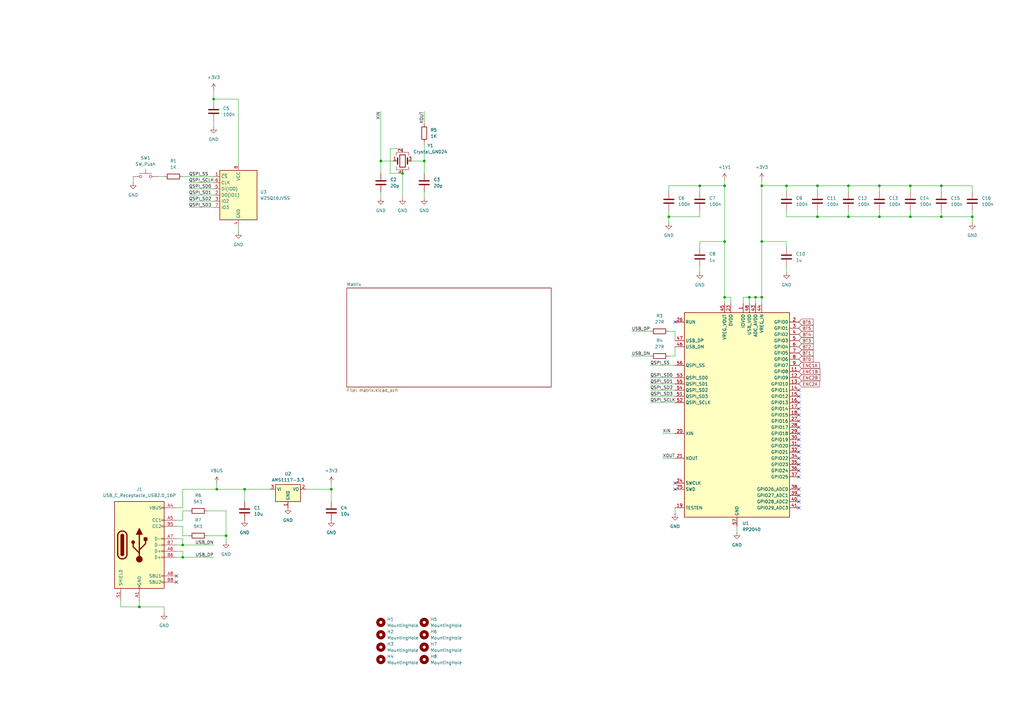
<source format=kicad_sch>
(kicad_sch (version 20231120) (generator "eeschema") (generator_version "8.0")
  (paper "A3")
  (lib_symbols
    (symbol "Connector:USB_C_Receptacle_USB2.0_16P" (pin_names (offset 1.016))
      (property "Reference" "J" (at 0 22.225 0))
      (property "Value" "USB_C_Receptacle_USB2.0_16P" (at 0 19.685 0))
      (symbol "USB_C_Receptacle_USB2.0_16P_0_0"
        (rectangle (start -0.254 -17.78) (end 0.254 -16.764))
        (rectangle (start 10.16 -14.986) (end 9.144 -15.494))
        (rectangle (start 10.16 -12.446) (end 9.144 -12.954))
        (rectangle (start 10.16 -4.826) (end 9.144 -5.334))
        (rectangle (start 10.16 -2.286) (end 9.144 -2.794))
        (rectangle (start 10.16 0.254) (end 9.144 -0.254))
        (rectangle (start 10.16 2.794) (end 9.144 2.286))
        (rectangle (start 10.16 7.874) (end 9.144 7.366))
        (rectangle (start 10.16 10.414) (end 9.144 9.906))
        (rectangle (start 10.16 15.494) (end 9.144 14.986))
      )
      (symbol "USB_C_Receptacle_USB2.0_16P_0_1"
        (rectangle (start -10.16 17.78) (end 10.16 -17.78) (stroke (width 0.254)) (fill (type background)))
        (arc (start -8.89 -3.81) (mid -6.985 -5.7067) (end -5.08 -3.81) (stroke (width 0.508)))
        (arc (start -7.62 -3.81) (mid -6.985 -4.4423) (end -6.35 -3.81) (stroke (width 0.254)))
        (arc (start -7.62 -3.81) (mid -6.985 -4.4423) (end -6.35 -3.81) (stroke (width 0.254)) (fill (type outline)))
        (rectangle (start -7.62 -3.81) (end -6.35 3.81) (stroke (width 0.254)) (fill (type outline)))
        (arc (start -6.35 3.81) (mid -6.985 4.4423) (end -7.62 3.81) (stroke (width 0.254)))
        (arc (start -6.35 3.81) (mid -6.985 4.4423) (end -7.62 3.81) (stroke (width 0.254)) (fill (type outline)))
        (arc (start -5.08 3.81) (mid -6.985 5.7067) (end -8.89 3.81) (stroke (width 0.508)))
        (circle (center -2.54 1.143) (radius 0.635) (stroke (width 0.254)) (fill (type outline)))
        (circle (center 0 -5.842) (radius 1.27) (fill (type outline)))
        (polyline (pts (xy -8.89 -3.81) (xy -8.89 3.81)) (stroke (width 0.508)))
        (polyline (pts (xy -5.08 3.81) (xy -5.08 -3.81)) (stroke (width 0.508)))
        (polyline (pts (xy 0 -5.842) (xy 0 4.318)) (stroke (width 0.508)))
        (polyline (pts (xy 0 -3.302) (xy -2.54 -0.762) (xy -2.54 0.508)) (stroke (width 0.508)))
        (polyline (pts (xy 0 -2.032) (xy 2.54 0.508) (xy 2.54 1.778)) (stroke (width 0.508)))
        (polyline (pts (xy -1.27 4.318) (xy 0 6.858) (xy 1.27 4.318) (xy -1.27 4.318)) (stroke (width 0.254)) (fill (type outline)))
        (rectangle (start 1.905 1.778) (end 3.175 3.048) (stroke (width 0.254)) (fill (type outline)))
      )
      (symbol "USB_C_Receptacle_USB2.0_16P_1_1"
        (pin passive line (at 0 -22.86 90) (length 5.08) (name "GND") (number "A1"))
        (pin passive line (at 0 -22.86 90) (length 5.08) hide (name "GND") (number "A12"))
        (pin passive line (at 15.24 15.24 180) (length 5.08) (name "VBUS") (number "A4"))
        (pin bidirectional line (at 15.24 10.16 180) (length 5.08) (name "CC1") (number "A5"))
        (pin bidirectional line (at 15.24 -2.54 180) (length 5.08) (name "D+") (number "A6"))
        (pin bidirectional line (at 15.24 2.54 180) (length 5.08) (name "D-") (number "A7"))
        (pin bidirectional line (at 15.24 -12.7 180) (length 5.08) (name "SBU1") (number "A8"))
        (pin passive line (at 15.24 15.24 180) (length 5.08) hide (name "VBUS") (number "A9"))
        (pin passive line (at 0 -22.86 90) (length 5.08) hide (name "GND") (number "B1"))
        (pin passive line (at 0 -22.86 90) (length 5.08) hide (name "GND") (number "B12"))
        (pin passive line (at 15.24 15.24 180) (length 5.08) hide (name "VBUS") (number "B4"))
        (pin bidirectional line (at 15.24 7.62 180) (length 5.08) (name "CC2") (number "B5"))
        (pin bidirectional line (at 15.24 -5.08 180) (length 5.08) (name "D+") (number "B6"))
        (pin bidirectional line (at 15.24 0 180) (length 5.08) (name "D-") (number "B7"))
        (pin bidirectional line (at 15.24 -15.24 180) (length 5.08) (name "SBU2") (number "B8"))
        (pin passive line (at 15.24 15.24 180) (length 5.08) hide (name "VBUS") (number "B9"))
        (pin passive line (at -7.62 -22.86 90) (length 5.08) (name "SHIELD") (number "S1"))
      )
    )
    (symbol "Device:C" (pin_numbers hide) (pin_names (offset 0.254))
      (property "Reference" "C" (at 0.635 2.54 0))
      (property "Value" "C" (at 0.635 -2.54 0))
      (symbol "C_0_1"
        (polyline (pts (xy -2.032 -0.762) (xy 2.032 -0.762)) (stroke (width 0.508)))
        (polyline (pts (xy -2.032 0.762) (xy 2.032 0.762)) (stroke (width 0.508)))
      )
      (symbol "C_1_1"
        (pin passive line (at 0 3.81 270) (length 2.794) (name "~") (number "1"))
        (pin passive line (at 0 -3.81 90) (length 2.794) (name "~") (number "2"))
      )
    )
    (symbol "Device:Crystal_GND24" (pin_names (offset 1.016) hide)
      (property "Reference" "Y" (at 3.175 5.08 0))
      (property "Value" "Crystal_GND24" (at 3.175 3.175 0))
      (symbol "Crystal_GND24_0_1"
        (rectangle (start -1.143 2.54) (end 1.143 -2.54) (stroke (width 0.3048)))
        (polyline (pts (xy -2.54 0) (xy -2.032 0)))
        (polyline (pts (xy -2.032 -1.27) (xy -2.032 1.27)) (stroke (width 0.508)))
        (polyline (pts (xy 0 -3.81) (xy 0 -3.556)))
        (polyline (pts (xy 0 3.556) (xy 0 3.81)))
        (polyline (pts (xy 2.032 -1.27) (xy 2.032 1.27)) (stroke (width 0.508)))
        (polyline (pts (xy 2.032 0) (xy 2.54 0)))
        (polyline (pts (xy -2.54 -2.286) (xy -2.54 -3.556) (xy 2.54 -3.556) (xy 2.54 -2.286)))
        (polyline (pts (xy -2.54 2.286) (xy -2.54 3.556) (xy 2.54 3.556) (xy 2.54 2.286)))
      )
      (symbol "Crystal_GND24_1_1"
        (pin passive line (at -3.81 0 0) (length 1.27) (name "1") (number "1"))
        (pin passive line (at 0 5.08 270) (length 1.27) (name "2") (number "2"))
        (pin passive line (at 3.81 0 180) (length 1.27) (name "3") (number "3"))
        (pin passive line (at 0 -5.08 90) (length 1.27) (name "4") (number "4"))
      )
    )
    (symbol "Device:R" (pin_numbers hide) (pin_names (offset 0))
      (property "Reference" "R" (at 2.032 0 90))
      (property "Value" "R" (at 0 0 90))
      (symbol "R_0_1"
        (rectangle (start -1.016 -2.54) (end 1.016 2.54) (stroke (width 0.254)))
      )
      (symbol "R_1_1"
        (pin passive line (at 0 3.81 270) (length 1.27) (name "~") (number "1"))
        (pin passive line (at 0 -3.81 90) (length 1.27) (name "~") (number "2"))
      )
    )
    (symbol "MCU_RaspberryPi:RP2040"
      (property "Reference" "U" (at 17.78 45.72 0))
      (property "Value" "RP2040" (at 17.78 43.18 0))
      (symbol "RP2040_0_1"
        (rectangle (start -21.59 41.91) (end 21.59 -41.91) (stroke (width 0.254)) (fill (type background)))
      )
      (symbol "RP2040_1_1"
        (pin power_in line (at 2.54 45.72 270) (length 3.81) (name "IOVDD") (number "1"))
        (pin passive line (at 2.54 45.72 270) (length 3.81) hide (name "IOVDD") (number "10"))
        (pin bidirectional line (at 25.4 17.78 180) (length 3.81) (name "GPIO8") (number "11"))
        (pin bidirectional line (at 25.4 15.24 180) (length 3.81) (name "GPIO9") (number "12"))
        (pin bidirectional line (at 25.4 12.7 180) (length 3.81) (name "GPIO10") (number "13"))
        (pin bidirectional line (at 25.4 10.16 180) (length 3.81) (name "GPIO11") (number "14"))
        (pin bidirectional line (at 25.4 7.62 180) (length 3.81) (name "GPIO12") (number "15"))
        (pin bidirectional line (at 25.4 5.08 180) (length 3.81) (name "GPIO13") (number "16"))
        (pin bidirectional line (at 25.4 2.54 180) (length 3.81) (name "GPIO14") (number "17"))
        (pin bidirectional line (at 25.4 0 180) (length 3.81) (name "GPIO15") (number "18"))
        (pin input line (at -25.4 -38.1 0) (length 3.81) (name "TESTEN") (number "19"))
        (pin bidirectional line (at 25.4 38.1 180) (length 3.81) (name "GPIO0") (number "2"))
        (pin input line (at -25.4 -7.62 0) (length 3.81) (name "XIN") (number "20"))
        (pin passive line (at -25.4 -17.78 0) (length 3.81) (name "XOUT") (number "21"))
        (pin passive line (at 2.54 45.72 270) (length 3.81) hide (name "IOVDD") (number "22"))
        (pin power_in line (at -2.54 45.72 270) (length 3.81) (name "DVDD") (number "23"))
        (pin input line (at -25.4 -27.94 0) (length 3.81) (name "SWCLK") (number "24"))
        (pin bidirectional line (at -25.4 -30.48 0) (length 3.81) (name "SWD") (number "25"))
        (pin input line (at -25.4 38.1 0) (length 3.81) (name "RUN") (number "26"))
        (pin bidirectional line (at 25.4 -2.54 180) (length 3.81) (name "GPIO16") (number "27"))
        (pin bidirectional line (at 25.4 -5.08 180) (length 3.81) (name "GPIO17") (number "28"))
        (pin bidirectional line (at 25.4 -7.62 180) (length 3.81) (name "GPIO18") (number "29"))
        (pin bidirectional line (at 25.4 35.56 180) (length 3.81) (name "GPIO1") (number "3"))
        (pin bidirectional line (at 25.4 -10.16 180) (length 3.81) (name "GPIO19") (number "30"))
        (pin bidirectional line (at 25.4 -12.7 180) (length 3.81) (name "GPIO20") (number "31"))
        (pin bidirectional line (at 25.4 -15.24 180) (length 3.81) (name "GPIO21") (number "32"))
        (pin passive line (at 2.54 45.72 270) (length 3.81) hide (name "IOVDD") (number "33"))
        (pin bidirectional line (at 25.4 -17.78 180) (length 3.81) (name "GPIO22") (number "34"))
        (pin bidirectional line (at 25.4 -20.32 180) (length 3.81) (name "GPIO23") (number "35"))
        (pin bidirectional line (at 25.4 -22.86 180) (length 3.81) (name "GPIO24") (number "36"))
        (pin bidirectional line (at 25.4 -25.4 180) (length 3.81) (name "GPIO25") (number "37"))
        (pin bidirectional line (at 25.4 -30.48 180) (length 3.81) (name "GPIO26_ADC0") (number "38"))
        (pin bidirectional line (at 25.4 -33.02 180) (length 3.81) (name "GPIO27_ADC1") (number "39"))
        (pin bidirectional line (at 25.4 33.02 180) (length 3.81) (name "GPIO2") (number "4"))
        (pin bidirectional line (at 25.4 -35.56 180) (length 3.81) (name "GPIO28_ADC2") (number "40"))
        (pin bidirectional line (at 25.4 -38.1 180) (length 3.81) (name "GPIO29_ADC3") (number "41"))
        (pin passive line (at 2.54 45.72 270) (length 3.81) hide (name "IOVDD") (number "42"))
        (pin power_in line (at 7.62 45.72 270) (length 3.81) (name "ADC_AVDD") (number "43"))
        (pin power_in line (at 10.16 45.72 270) (length 3.81) (name "VREG_IN") (number "44"))
        (pin power_out line (at -5.08 45.72 270) (length 3.81) (name "VREG_VOUT") (number "45"))
        (pin bidirectional line (at -25.4 27.94 0) (length 3.81) (name "USB_DM") (number "46"))
        (pin bidirectional line (at -25.4 30.48 0) (length 3.81) (name "USB_DP") (number "47"))
        (pin power_in line (at 5.08 45.72 270) (length 3.81) (name "USB_VDD") (number "48"))
        (pin passive line (at 2.54 45.72 270) (length 3.81) hide (name "IOVDD") (number "49"))
        (pin bidirectional line (at 25.4 30.48 180) (length 3.81) (name "GPIO3") (number "5"))
        (pin passive line (at -2.54 45.72 270) (length 3.81) hide (name "DVDD") (number "50"))
        (pin bidirectional line (at -25.4 7.62 0) (length 3.81) (name "QSPI_SD3") (number "51"))
        (pin output line (at -25.4 5.08 0) (length 3.81) (name "QSPI_SCLK") (number "52"))
        (pin bidirectional line (at -25.4 15.24 0) (length 3.81) (name "QSPI_SD0") (number "53"))
        (pin bidirectional line (at -25.4 10.16 0) (length 3.81) (name "QSPI_SD2") (number "54"))
        (pin bidirectional line (at -25.4 12.7 0) (length 3.81) (name "QSPI_SD1") (number "55"))
        (pin bidirectional line (at -25.4 20.32 0) (length 3.81) (name "QSPI_SS") (number "56"))
        (pin power_in line (at 0 -45.72 90) (length 3.81) (name "GND") (number "57"))
        (pin bidirectional line (at 25.4 27.94 180) (length 3.81) (name "GPIO4") (number "6"))
        (pin bidirectional line (at 25.4 25.4 180) (length 3.81) (name "GPIO5") (number "7"))
        (pin bidirectional line (at 25.4 22.86 180) (length 3.81) (name "GPIO6") (number "8"))
        (pin bidirectional line (at 25.4 20.32 180) (length 3.81) (name "GPIO7") (number "9"))
      )
    )
    (symbol "Mechanical:MountingHole" (pin_names (offset 1.016)) (exclude_from_sim yes) (in_bom no)
      (property "Reference" "H" (at 0 5.08 0))
      (property "Value" "MountingHole" (at 0 3.175 0))
      (symbol "MountingHole_0_1"
        (circle (center 0 0) (radius 1.27) (stroke (width 1.27)))
      )
    )
    (symbol "Memory_Flash:W25Q16JVSS"
      (property "Reference" "U" (at -6.35 11.43 0))
      (property "Value" "W25Q16JVSS" (at 7.62 11.43 0))
      (symbol "W25Q16JVSS_0_1"
        (rectangle (start -7.62 10.16) (end 7.62 -10.16) (stroke (width 0.254)) (fill (type background)))
      )
      (symbol "W25Q16JVSS_1_1"
        (pin input line (at -10.16 7.62 0) (length 2.54) (name "~{CS}") (number "1"))
        (pin bidirectional line (at -10.16 0 0) (length 2.54) (name "DO(IO1)") (number "2"))
        (pin bidirectional line (at -10.16 -2.54 0) (length 2.54) (name "IO2") (number "3"))
        (pin power_in line (at 0 -12.7 90) (length 2.54) (name "GND") (number "4"))
        (pin bidirectional line (at -10.16 2.54 0) (length 2.54) (name "DI(IO0)") (number "5"))
        (pin input line (at -10.16 5.08 0) (length 2.54) (name "CLK") (number "6"))
        (pin bidirectional line (at -10.16 -5.08 0) (length 2.54) (name "IO3") (number "7"))
        (pin power_in line (at 0 12.7 270) (length 2.54) (name "VCC") (number "8"))
      )
    )
    (symbol "Regulator_Linear:AMS1117-3.3"
      (property "Reference" "U" (at -3.81 3.175 0))
      (property "Value" "AMS1117-3.3" (at 0 3.175 0))
      (symbol "AMS1117-3.3_0_1"
        (rectangle (start -5.08 -5.08) (end 5.08 1.905) (stroke (width 0.254)) (fill (type background)))
      )
      (symbol "AMS1117-3.3_1_1"
        (pin power_in line (at 0 -7.62 90) (length 2.54) (name "GND") (number "1"))
        (pin power_out line (at 7.62 0 180) (length 2.54) (name "VO") (number "2"))
        (pin power_in line (at -7.62 0 0) (length 2.54) (name "VI") (number "3"))
      )
    )
    (symbol "Switch:SW_Push" (pin_numbers hide) (pin_names (offset 1.016) hide)
      (property "Reference" "SW" (at 1.27 2.54 0))
      (property "Value" "SW_Push" (at 0 -1.524 0))
      (symbol "SW_Push_0_1"
        (circle (center -2.032 0) (radius 0.508))
        (polyline (pts (xy 0 1.27) (xy 0 3.048)))
        (polyline (pts (xy 2.54 1.27) (xy -2.54 1.27)))
        (circle (center 2.032 0) (radius 0.508))
        (pin passive line (at -5.08 0 0) (length 2.54) (name "1") (number "1"))
        (pin passive line (at 5.08 0 180) (length 2.54) (name "2") (number "2"))
      )
    )
    (symbol "power:+1V1" (power) (pin_numbers hide) (pin_names (offset 0) hide)
      (property "Value" "+1V1" (at 0 3.556 0))
      (symbol "+1V1_0_1"
        (polyline (pts (xy -0.762 1.27) (xy 0 2.54)))
        (polyline (pts (xy 0 0) (xy 0 2.54)))
        (polyline (pts (xy 0 2.54) (xy 0.762 1.27)))
      )
      (symbol "+1V1_1_1"
        (pin power_in line (at 0 0 90) (length 0) (name "~") (number "1"))
      )
    )
    (symbol "power:+3V3" (power) (pin_numbers hide) (pin_names (offset 0) hide)
      (property "Value" "+3V3" (at 0 3.556 0))
      (symbol "+3V3_0_1"
        (polyline (pts (xy -0.762 1.27) (xy 0 2.54)))
        (polyline (pts (xy 0 0) (xy 0 2.54)))
        (polyline (pts (xy 0 2.54) (xy 0.762 1.27)))
      )
      (symbol "+3V3_1_1"
        (pin power_in line (at 0 0 90) (length 0) (name "~") (number "1"))
      )
    )
    (symbol "power:GND" (power) (pin_numbers hide) (pin_names (offset 0) hide)
      (property "Value" "GND" (at 0 -3.81 0))
      (symbol "GND_0_1"
        (polyline (pts (xy 0 0) (xy 0 -1.27) (xy 1.27 -1.27) (xy 0 -2.54) (xy -1.27 -1.27) (xy 0 -1.27)))
      )
      (symbol "GND_1_1"
        (pin power_in line (at 0 0 270) (length 0) (name "~") (number "1"))
      )
    )
    (symbol "power:VBUS" (power) (pin_numbers hide) (pin_names (offset 0) hide)
      (property "Value" "VBUS" (at 0 3.556 0))
      (symbol "VBUS_0_1"
        (polyline (pts (xy -0.762 1.27) (xy 0 2.54)))
        (polyline (pts (xy 0 0) (xy 0 2.54)))
        (polyline (pts (xy 0 2.54) (xy 0.762 1.27)))
      )
      (symbol "VBUS_1_1"
        (pin power_in line (at 0 0 90) (length 0) (name "~") (number "1"))
      )
    )
  )
  (junction (at 92.71 219.71))
  (junction (at 373.38 88.9))
  (junction (at 88.9 200.66))
  (junction (at 335.28 76.2))
  (junction (at 360.68 88.9))
  (junction (at 156.21 66.04))
  (junction (at 347.98 88.9))
  (junction (at 307.34 121.92))
  (junction (at 386.08 76.2))
  (junction (at 347.98 76.2))
  (junction (at 274.32 88.9))
  (junction (at 297.18 99.06))
  (junction (at 398.78 88.9))
  (junction (at 57.15 248.92))
  (junction (at 173.99 66.04))
  (junction (at 297.18 121.92))
  (junction (at 100.33 200.66))
  (junction (at 312.42 121.92))
  (junction (at 386.08 88.9))
  (junction (at 335.28 88.9))
  (junction (at 74.93 223.52))
  (junction (at 309.88 121.92))
  (junction (at 360.68 76.2))
  (junction (at 312.42 76.2))
  (junction (at 312.42 99.06))
  (junction (at 165.1 71.12))
  (junction (at 297.18 76.2))
  (junction (at 74.93 228.6))
  (junction (at 287.02 76.2))
  (junction (at 135.89 200.66))
  (junction (at 87.63 40.64))
  (junction (at 373.38 76.2))
  (junction (at 322.58 76.2))
  (no_connect (at 327.66 160.02))
  (no_connect (at 327.66 175.26))
  (no_connect (at 327.66 190.5))
  (no_connect (at 327.66 205.74))
  (no_connect (at 72.39 236.22))
  (no_connect (at 327.66 195.58))
  (no_connect (at 72.39 238.76))
  (no_connect (at 276.86 198.12))
  (no_connect (at 327.66 170.18))
  (no_connect (at 327.66 172.72))
  (no_connect (at 327.66 193.04))
  (no_connect (at 327.66 187.96))
  (no_connect (at 327.66 177.8))
  (no_connect (at 327.66 185.42))
  (no_connect (at 327.66 167.64))
  (no_connect (at 327.66 208.28))
  (no_connect (at 327.66 180.34))
  (no_connect (at 276.86 200.66))
  (no_connect (at 327.66 162.56))
  (no_connect (at 327.66 203.2))
  (no_connect (at 276.86 132.08))
  (no_connect (at 327.66 182.88))
  (no_connect (at 327.66 200.66))
  (no_connect (at 327.66 165.1))
  (wire (pts (xy 87.63 49.53) (xy 87.63 52.07)))
  (wire (pts (xy 322.58 109.22) (xy 322.58 111.76)))
  (wire (pts (xy 307.34 121.92) (xy 307.34 124.46)))
  (wire (pts (xy 173.99 45.72) (xy 173.99 50.8)))
  (wire (pts (xy 335.28 76.2) (xy 347.98 76.2)))
  (wire (pts (xy 57.15 246.38) (xy 57.15 248.92)))
  (wire (pts (xy 271.78 187.96) (xy 276.86 187.96)))
  (wire (pts (xy 266.7 149.86) (xy 276.86 149.86)))
  (wire (pts (xy 312.42 99.06) (xy 312.42 121.92)))
  (wire (pts (xy 77.47 74.93) (xy 87.63 74.93)))
  (wire (pts (xy 398.78 88.9) (xy 398.78 91.44)))
  (wire (pts (xy 49.53 246.38) (xy 49.53 248.92)))
  (wire (pts (xy 74.93 219.71) (xy 77.47 219.71)))
  (wire (pts (xy 304.8 121.92) (xy 307.34 121.92)))
  (wire (pts (xy 85.09 219.71) (xy 92.71 219.71)))
  (wire (pts (xy 77.47 80.01) (xy 87.63 80.01)))
  (wire (pts (xy 77.47 82.55) (xy 87.63 82.55)))
  (wire (pts (xy 312.42 73.66) (xy 312.42 76.2)))
  (wire (pts (xy 74.93 223.52) (xy 87.63 223.52)))
  (wire (pts (xy 335.28 76.2) (xy 335.28 78.74)))
  (wire (pts (xy 297.18 121.92) (xy 297.18 124.46)))
  (wire (pts (xy 322.58 99.06) (xy 312.42 99.06)))
  (wire (pts (xy 74.93 72.39) (xy 87.63 72.39)))
  (wire (pts (xy 297.18 73.66) (xy 297.18 76.2)))
  (wire (pts (xy 74.93 228.6) (xy 72.39 228.6)))
  (wire (pts (xy 173.99 58.42) (xy 173.99 66.04)))
  (wire (pts (xy 312.42 76.2) (xy 322.58 76.2)))
  (wire (pts (xy 271.78 177.8) (xy 276.86 177.8)))
  (wire (pts (xy 276.86 135.89) (xy 274.32 135.89)))
  (wire (pts (xy 156.21 78.74) (xy 156.21 81.28)))
  (wire (pts (xy 87.63 36.83) (xy 87.63 40.64)))
  (wire (pts (xy 97.79 92.71) (xy 97.79 95.25)))
  (wire (pts (xy 299.72 124.46) (xy 299.72 121.92)))
  (wire (pts (xy 266.7 162.56) (xy 276.86 162.56)))
  (wire (pts (xy 386.08 76.2) (xy 398.78 76.2)))
  (wire (pts (xy 373.38 76.2) (xy 386.08 76.2)))
  (wire (pts (xy 72.39 213.36) (xy 74.93 213.36)))
  (wire (pts (xy 72.39 215.9) (xy 74.93 215.9)))
  (wire (pts (xy 274.32 88.9) (xy 274.32 91.44)))
  (wire (pts (xy 92.71 209.55) (xy 92.71 219.71)))
  (wire (pts (xy 360.68 76.2) (xy 373.38 76.2)))
  (wire (pts (xy 276.86 208.28) (xy 276.86 210.82)))
  (wire (pts (xy 74.93 200.66) (xy 74.93 208.28)))
  (wire (pts (xy 156.21 66.04) (xy 161.29 66.04)))
  (wire (pts (xy 259.08 135.89) (xy 266.7 135.89)))
  (wire (pts (xy 85.09 209.55) (xy 92.71 209.55)))
  (wire (pts (xy 322.58 88.9) (xy 322.58 86.36)))
  (wire (pts (xy 100.33 200.66) (xy 110.49 200.66)))
  (wire (pts (xy 287.02 76.2) (xy 297.18 76.2)))
  (wire (pts (xy 299.72 121.92) (xy 297.18 121.92)))
  (wire (pts (xy 266.7 154.94) (xy 276.86 154.94)))
  (wire (pts (xy 322.58 78.74) (xy 322.58 76.2)))
  (wire (pts (xy 347.98 76.2) (xy 347.98 78.74)))
  (wire (pts (xy 276.86 146.05) (xy 274.32 146.05)))
  (wire (pts (xy 386.08 86.36) (xy 386.08 88.9)))
  (wire (pts (xy 322.58 76.2) (xy 335.28 76.2)))
  (wire (pts (xy 160.02 71.12) (xy 165.1 71.12)))
  (wire (pts (xy 335.28 88.9) (xy 322.58 88.9)))
  (wire (pts (xy 274.32 76.2) (xy 287.02 76.2)))
  (wire (pts (xy 287.02 88.9) (xy 287.02 86.36)))
  (wire (pts (xy 287.02 99.06) (xy 297.18 99.06)))
  (wire (pts (xy 274.32 86.36) (xy 274.32 88.9)))
  (wire (pts (xy 165.1 71.12) (xy 165.1 81.28)))
  (wire (pts (xy 88.9 198.12) (xy 88.9 200.66)))
  (wire (pts (xy 398.78 76.2) (xy 398.78 78.74)))
  (wire (pts (xy 92.71 219.71) (xy 92.71 222.25)))
  (wire (pts (xy 165.1 60.96) (xy 160.02 60.96)))
  (wire (pts (xy 360.68 88.9) (xy 347.98 88.9)))
  (wire (pts (xy 347.98 88.9) (xy 335.28 88.9)))
  (wire (pts (xy 347.98 86.36) (xy 347.98 88.9)))
  (wire (pts (xy 135.89 198.12) (xy 135.89 200.66)))
  (wire (pts (xy 276.86 142.24) (xy 276.86 146.05)))
  (wire (pts (xy 312.42 121.92) (xy 312.42 124.46)))
  (wire (pts (xy 74.93 226.06) (xy 74.93 228.6)))
  (wire (pts (xy 135.89 200.66) (xy 135.89 205.74)))
  (wire (pts (xy 67.31 248.92) (xy 67.31 251.46)))
  (wire (pts (xy 49.53 248.92) (xy 57.15 248.92)))
  (wire (pts (xy 74.93 208.28) (xy 72.39 208.28)))
  (wire (pts (xy 266.7 157.48) (xy 276.86 157.48)))
  (wire (pts (xy 386.08 88.9) (xy 373.38 88.9)))
  (wire (pts (xy 87.63 40.64) (xy 97.79 40.64)))
  (wire (pts (xy 307.34 121.92) (xy 309.88 121.92)))
  (wire (pts (xy 259.08 146.05) (xy 266.7 146.05)))
  (wire (pts (xy 360.68 76.2) (xy 360.68 78.74)))
  (wire (pts (xy 173.99 66.04) (xy 173.99 71.12)))
  (wire (pts (xy 77.47 85.09) (xy 87.63 85.09)))
  (wire (pts (xy 88.9 200.66) (xy 100.33 200.66)))
  (wire (pts (xy 287.02 76.2) (xy 287.02 78.74)))
  (wire (pts (xy 74.93 215.9) (xy 74.93 219.71)))
  (wire (pts (xy 360.68 86.36) (xy 360.68 88.9)))
  (wire (pts (xy 302.26 215.9) (xy 302.26 218.44)))
  (wire (pts (xy 156.21 45.72) (xy 156.21 66.04)))
  (wire (pts (xy 274.32 78.74) (xy 274.32 76.2)))
  (wire (pts (xy 72.39 220.98) (xy 74.93 220.98)))
  (wire (pts (xy 77.47 77.47) (xy 87.63 77.47)))
  (wire (pts (xy 297.18 76.2) (xy 297.18 99.06)))
  (wire (pts (xy 373.38 88.9) (xy 360.68 88.9)))
  (wire (pts (xy 266.7 160.02) (xy 276.86 160.02)))
  (wire (pts (xy 312.42 76.2) (xy 312.42 99.06)))
  (wire (pts (xy 100.33 200.66) (xy 100.33 205.74)))
  (wire (pts (xy 347.98 76.2) (xy 360.68 76.2)))
  (wire (pts (xy 72.39 226.06) (xy 74.93 226.06)))
  (wire (pts (xy 156.21 66.04) (xy 156.21 71.12)))
  (wire (pts (xy 309.88 121.92) (xy 309.88 124.46)))
  (wire (pts (xy 335.28 86.36) (xy 335.28 88.9)))
  (wire (pts (xy 74.93 228.6) (xy 87.63 228.6)))
  (wire (pts (xy 74.93 220.98) (xy 74.93 223.52)))
  (wire (pts (xy 168.91 66.04) (xy 173.99 66.04)))
  (wire (pts (xy 74.93 223.52) (xy 72.39 223.52)))
  (wire (pts (xy 304.8 124.46) (xy 304.8 121.92)))
  (wire (pts (xy 373.38 76.2) (xy 373.38 78.74)))
  (wire (pts (xy 276.86 139.7) (xy 276.86 135.89)))
  (wire (pts (xy 287.02 109.22) (xy 287.02 111.76)))
  (wire (pts (xy 274.32 88.9) (xy 287.02 88.9)))
  (wire (pts (xy 74.93 209.55) (xy 77.47 209.55)))
  (wire (pts (xy 57.15 248.92) (xy 67.31 248.92)))
  (wire (pts (xy 398.78 86.36) (xy 398.78 88.9)))
  (wire (pts (xy 64.77 72.39) (xy 67.31 72.39)))
  (wire (pts (xy 373.38 86.36) (xy 373.38 88.9)))
  (wire (pts (xy 386.08 76.2) (xy 386.08 78.74)))
  (wire (pts (xy 322.58 101.6) (xy 322.58 99.06)))
  (wire (pts (xy 125.73 200.66) (xy 135.89 200.66)))
  (wire (pts (xy 97.79 67.31) (xy 97.79 40.64)))
  (wire (pts (xy 309.88 121.92) (xy 312.42 121.92)))
  (wire (pts (xy 297.18 99.06) (xy 297.18 121.92)))
  (wire (pts (xy 74.93 200.66) (xy 88.9 200.66)))
  (wire (pts (xy 160.02 60.96) (xy 160.02 71.12)))
  (wire (pts (xy 287.02 101.6) (xy 287.02 99.06)))
  (wire (pts (xy 173.99 78.74) (xy 173.99 81.28)))
  (wire (pts (xy 266.7 165.1) (xy 276.86 165.1)))
  (wire (pts (xy 87.63 40.64) (xy 87.63 41.91)))
  (wire (pts (xy 74.93 213.36) (xy 74.93 209.55)))
  (wire (pts (xy 54.61 72.39) (xy 54.61 74.93)))
  (wire (pts (xy 398.78 88.9) (xy 386.08 88.9)))
  (label "XOUT" (at 271.78 187.96 0))
  (label "USB_DP" (at 259.08 135.89 0))
  (label "USB_DP" (at 87.63 228.6 180))
  (label "QSPI_SD3" (at 266.7 162.56 0))
  (label "QSPI_SD2" (at 77.47 82.55 0))
  (label "USB_DN" (at 87.63 223.52 180))
  (label "XIN" (at 156.21 45.72 270))
  (label "QSPI_SD3" (at 77.47 85.09 0))
  (label "USB_DN" (at 259.08 146.05 0))
  (label "QSPI_SD1" (at 77.47 80.01 0))
  (label "QSPI_SD1" (at 266.7 157.48 0))
  (label "QSPI_SS" (at 77.47 72.39 0))
  (label "QSPI_SD0" (at 266.7 154.94 0))
  (label "QSPI_SS" (at 266.7 149.86 0))
  (label "XOUT" (at 173.99 45.72 270))
  (label "QSPI_SD0" (at 77.47 77.47 0))
  (label "QSPI_SCLK" (at 266.7 165.1 0))
  (label "QSPI_SCLK" (at 77.47 74.93 0))
  (label "QSPI_SD2" (at 266.7 160.02 0))
  (label "XIN" (at 271.78 177.8 0))
  (global_label "BT1" (shape input) (at 327.66 144.78 0) (property "Intersheetrefs" "${INTERSHEET_REFS}" (effects (hide yes))))
  (global_label "ENC2B" (shape input) (at 327.66 154.94 0) (property "Intersheetrefs" "${INTERSHEET_REFS}" (effects (hide yes))))
  (global_label "BT2" (shape input) (at 327.66 142.24 0) (property "Intersheetrefs" "${INTERSHEET_REFS}" (effects (hide yes))))
  (global_label "BT6" (shape input) (at 327.66 132.08 0) (property "Intersheetrefs" "${INTERSHEET_REFS}" (effects (hide yes))))
  (global_label "BT4" (shape input) (at 327.66 137.16 0) (property "Intersheetrefs" "${INTERSHEET_REFS}" (effects (hide yes))))
  (global_label "ENC1B" (shape input) (at 327.66 152.4 0) (property "Intersheetrefs" "${INTERSHEET_REFS}" (effects (hide yes))))
  (global_label "BT3" (shape input) (at 327.66 139.7 0) (property "Intersheetrefs" "${INTERSHEET_REFS}" (effects (hide yes))))
  (global_label "BT5" (shape input) (at 327.66 134.62 0) (property "Intersheetrefs" "${INTERSHEET_REFS}" (effects (hide yes))))
  (global_label "ENC2A" (shape input) (at 327.66 157.48 0) (property "Intersheetrefs" "${INTERSHEET_REFS}" (effects (hide yes))))
  (global_label "BT0" (shape input) (at 327.66 147.32 0) (property "Intersheetrefs" "${INTERSHEET_REFS}" (effects (hide yes))))
  (global_label "ENC1A" (shape input) (at 327.66 149.86 0) (property "Intersheetrefs" "${INTERSHEET_REFS}" (effects (hide yes))))
  (symbol (lib_id "Mechanical:MountingHole") (at 173.99 260.35 0) (unit 1) (exclude_from_sim yes) (in_bom no)
    (property "Reference" "H6" (at 176.53 259.0799 0) (effects (justify left)))
    (property "Value" "MountingHole" (at 176.53 261.6199 0) (effects (justify left)))
    (property "Footprint" "MountingHole:MountingHole_3.2mm_M3_ISO7380_Pad" (effects (hide yes)))
    (property "Description" "Mounting Hole without connection" (effects (hide yes)))
  )
  (symbol (lib_id "power:GND") (at 287.02 111.76 0) (unit 1)
    (property "Reference" "#PWR01" (effects (hide yes)))
    (property "Value" "GND" (at 287.02 116.84 0))
    (property "Description" "Power symbol creates a global label with name \"GND\" , ground" (effects (hide yes)))
  )
  (symbol (lib_id "Memory_Flash:W25Q16JVSS") (at 97.79 80.01 0) (unit 1)
    (property "Reference" "U3" (at 106.68 78.7399 0) (effects (justify left)))
    (property "Value" "W25Q16JVSS" (at 106.68 81.2799 0) (effects (justify left)))
    (property "Footprint" "Package_SO:SOIC-8_5.23x5.23mm_P1.27mm" (effects (hide yes)))
    (property "Datasheet" "https://www.winbond.com/hq/support/documentation/levelOne.jsp?__locale=en&DocNo=DA00-W25Q16JV.1" (effects (hide yes)))
    (property "Description" "16Mb Serial Flash Memory, Standard/Dual/Quad SPI, SOIC-8" (effects (hide yes)))
  )
  (symbol (lib_id "Mechanical:MountingHole") (at 173.99 265.43 0) (unit 1) (exclude_from_sim yes) (in_bom no)
    (property "Reference" "H7" (at 176.53 264.1599 0) (effects (justify left)))
    (property "Value" "MountingHole" (at 176.53 266.6999 0) (effects (justify left)))
    (property "Footprint" "MountingHole:MountingHole_3.2mm_M3_ISO7380_Pad" (effects (hide yes)))
    (property "Description" "Mounting Hole without connection" (effects (hide yes)))
  )
  (symbol (lib_id "Device:C") (at 373.38 82.55 0) (unit 1)
    (property "Reference" "C14" (at 377.19 81.2799 0) (effects (justify left)))
    (property "Value" "100n" (at 377.19 83.8199 0) (effects (justify left)))
    (property "Footprint" "Capacitor_SMD:C_0402_1005Metric" (effects (hide yes)))
    (property "Description" "Unpolarized capacitor" (effects (hide yes)))
  )
  (symbol (lib_id "Device:C") (at 287.02 105.41 0) (unit 1)
    (property "Reference" "C8" (at 290.83 104.1399 0) (effects (justify left)))
    (property "Value" "1u" (at 290.83 106.6799 0) (effects (justify left)))
    (property "Footprint" "Capacitor_SMD:C_0402_1005Metric" (effects (hide yes)))
    (property "Description" "Unpolarized capacitor" (effects (hide yes)))
  )
  (symbol (lib_id "power:GND") (at 67.31 251.46 0) (unit 1)
    (property "Reference" "#PWR015" (effects (hide yes)))
    (property "Value" "GND" (at 67.31 256.54 0))
    (property "Description" "Power symbol creates a global label with name \"GND\" , ground" (effects (hide yes)))
  )
  (symbol (lib_id "power:GND") (at 135.89 213.36 0) (unit 1)
    (property "Reference" "#PWR018" (effects (hide yes)))
    (property "Value" "GND" (at 135.89 218.44 0))
    (property "Description" "Power symbol creates a global label with name \"GND\" , ground" (effects (hide yes)))
  )
  (symbol (lib_id "power:GND") (at 398.78 91.44 0) (unit 1)
    (property "Reference" "#PWR06" (effects (hide yes)))
    (property "Value" "GND" (at 398.78 96.52 0))
    (property "Description" "Power symbol creates a global label with name \"GND\" , ground" (effects (hide yes)))
  )
  (symbol (lib_id "Device:R") (at 81.28 209.55 90) (unit 1)
    (property "Reference" "R6" (at 81.28 203.2 90))
    (property "Value" "5K1" (at 81.28 205.74 90))
    (property "Footprint" "Resistor_SMD:R_0402_1005Metric" (effects (hide yes)))
    (property "Description" "Resistor" (effects (hide yes)))
  )
  (symbol (lib_id "Device:C") (at 173.99 74.93 0) (unit 1)
    (property "Reference" "C3" (at 177.8 73.6599 0) (effects (justify left)))
    (property "Value" "20p" (at 177.8 76.1999 0) (effects (justify left)))
    (property "Footprint" "Capacitor_SMD:C_0402_1005Metric" (effects (hide yes)))
    (property "Description" "Unpolarized capacitor" (effects (hide yes)))
  )
  (symbol (lib_id "Device:C") (at 100.33 209.55 0) (unit 1)
    (property "Reference" "C1" (at 104.14 208.2799 0) (effects (justify left)))
    (property "Value" "10u" (at 104.14 210.8199 0) (effects (justify left)))
    (property "Footprint" "Capacitor_SMD:C_0402_1005Metric" (effects (hide yes)))
    (property "Description" "Unpolarized capacitor" (effects (hide yes)))
  )
  (symbol (lib_id "power:GND") (at 322.58 111.76 0) (unit 1)
    (property "Reference" "#PWR02" (effects (hide yes)))
    (property "Value" "GND" (at 322.58 116.84 0))
    (property "Description" "Power symbol creates a global label with name \"GND\" , ground" (effects (hide yes)))
  )
  (symbol (lib_id "Device:C") (at 386.08 82.55 0) (unit 1)
    (property "Reference" "C15" (at 389.89 81.2799 0) (effects (justify left)))
    (property "Value" "100n" (at 389.89 83.8199 0) (effects (justify left)))
    (property "Footprint" "Capacitor_SMD:C_0402_1005Metric" (effects (hide yes)))
    (property "Description" "Unpolarized capacitor" (effects (hide yes)))
  )
  (symbol (lib_id "MCU_RaspberryPi:RP2040") (at 302.26 170.18 0) (unit 1)
    (property "Reference" "U1" (at 304.4541 214.63 0) (effects (justify left)))
    (property "Value" "RP2040" (at 304.4541 217.17 0) (effects (justify left)))
    (property "Footprint" "Package_DFN_QFN:QFN-56-1EP_7x7mm_P0.4mm_EP3.2x3.2mm" (effects (hide yes)))
    (property "Datasheet" "https://datasheets.raspberrypi.com/rp2040/rp2040-datasheet.pdf" (effects (hide yes)))
    (property "Description" "A microcontroller by Raspberry Pi" (effects (hide yes)))
  )
  (symbol (lib_id "Device:R") (at 270.51 135.89 90) (unit 1)
    (property "Reference" "R3" (at 270.51 129.54 90))
    (property "Value" "27R" (at 270.51 132.08 90))
    (property "Footprint" "Resistor_SMD:R_0603_1608Metric" (effects (hide yes)))
    (property "Description" "Resistor" (effects (hide yes)))
  )
  (symbol (lib_id "Mechanical:MountingHole") (at 156.21 265.43 0) (unit 1) (exclude_from_sim yes) (in_bom no)
    (property "Reference" "H3" (at 158.75 264.1599 0) (effects (justify left)))
    (property "Value" "MountingHole" (at 158.75 266.6999 0) (effects (justify left)))
    (property "Footprint" "MountingHole:MountingHole_3.2mm_M3_ISO7380_Pad" (effects (hide yes)))
    (property "Description" "Mounting Hole without connection" (effects (hide yes)))
  )
  (symbol (lib_id "power:GND") (at 173.99 81.28 0) (unit 1)
    (property "Reference" "#PWR031" (effects (hide yes)))
    (property "Value" "GND" (at 173.99 86.36 0))
    (property "Description" "Power symbol creates a global label with name \"GND\" , ground" (effects (hide yes)))
  )
  (symbol (lib_id "Device:C") (at 335.28 82.55 0) (unit 1)
    (property "Reference" "C11" (at 339.09 81.2799 0) (effects (justify left)))
    (property "Value" "100n" (at 339.09 83.8199 0) (effects (justify left)))
    (property "Footprint" "Capacitor_SMD:C_0402_1005Metric" (effects (hide yes)))
    (property "Description" "Unpolarized capacitor" (effects (hide yes)))
  )
  (symbol (lib_id "Device:C") (at 156.21 74.93 0) (unit 1)
    (property "Reference" "C2" (at 160.02 73.6599 0) (effects (justify left)))
    (property "Value" "20p" (at 160.02 76.1999 0) (effects (justify left)))
    (property "Footprint" "Capacitor_SMD:C_0402_1005Metric" (effects (hide yes)))
    (property "Description" "Unpolarized capacitor" (effects (hide yes)))
  )
  (symbol (lib_id "Device:C") (at 287.02 82.55 0) (unit 1)
    (property "Reference" "C7" (at 290.83 81.2799 0) (effects (justify left)))
    (property "Value" "100n" (at 290.83 83.8199 0) (effects (justify left)))
    (property "Footprint" "Capacitor_SMD:C_0402_1005Metric" (effects (hide yes)))
    (property "Description" "Unpolarized capacitor" (effects (hide yes)))
  )
  (symbol (lib_id "power:GND") (at 100.33 213.36 0) (unit 1)
    (property "Reference" "#PWR014" (effects (hide yes)))
    (property "Value" "GND" (at 100.33 218.44 0))
    (property "Description" "Power symbol creates a global label with name \"GND\" , ground" (effects (hide yes)))
  )
  (symbol (lib_id "Device:C") (at 322.58 82.55 0) (unit 1)
    (property "Reference" "C9" (at 326.39 81.2799 0) (effects (justify left)))
    (property "Value" "100n" (at 326.39 83.8199 0) (effects (justify left)))
    (property "Footprint" "Capacitor_SMD:C_0402_1005Metric" (effects (hide yes)))
    (property "Description" "Unpolarized capacitor" (effects (hide yes)))
  )
  (symbol (lib_id "Device:C") (at 135.89 209.55 0) (unit 1)
    (property "Reference" "C4" (at 139.7 208.2799 0) (effects (justify left)))
    (property "Value" "10u" (at 139.7 210.8199 0) (effects (justify left)))
    (property "Footprint" "Capacitor_SMD:C_0402_1005Metric" (effects (hide yes)))
    (property "Description" "Unpolarized capacitor" (effects (hide yes)))
  )
  (symbol (lib_id "power:+3V3") (at 312.42 73.66 0) (unit 1)
    (property "Reference" "#PWR010" (effects (hide yes)))
    (property "Value" "+3V3" (at 312.42 68.58 0))
    (property "Description" "Power symbol creates a global label with name \"+3V3\"" (effects (hide yes)))
  )
  (symbol (lib_id "Device:R") (at 173.99 54.61 0) (unit 1)
    (property "Reference" "R5" (at 176.53 53.3399 0) (effects (justify left)))
    (property "Value" "1K" (at 176.53 55.8799 0) (effects (justify left)))
    (property "Footprint" "Resistor_SMD:R_0402_1005Metric" (effects (hide yes)))
    (property "Description" "Resistor" (effects (hide yes)))
  )
  (symbol (lib_id "Device:C") (at 347.98 82.55 0) (unit 1)
    (property "Reference" "C12" (at 351.79 81.2799 0) (effects (justify left)))
    (property "Value" "100n" (at 351.79 83.8199 0) (effects (justify left)))
    (property "Footprint" "Capacitor_SMD:C_0402_1005Metric" (effects (hide yes)))
    (property "Description" "Unpolarized capacitor" (effects (hide yes)))
  )
  (symbol (lib_id "power:GND") (at 156.21 81.28 0) (unit 1)
    (property "Reference" "#PWR030" (effects (hide yes)))
    (property "Value" "GND" (at 156.21 86.36 0))
    (property "Description" "Power symbol creates a global label with name \"GND\" , ground" (effects (hide yes)))
  )
  (symbol (lib_id "power:GND") (at 276.86 210.82 0) (unit 1)
    (property "Reference" "#PWR04" (effects (hide yes)))
    (property "Value" "GND" (at 276.86 215.9 0))
    (property "Description" "Power symbol creates a global label with name \"GND\" , ground" (effects (hide yes)))
  )
  (symbol (lib_id "Mechanical:MountingHole") (at 156.21 255.27 0) (unit 1) (exclude_from_sim yes) (in_bom no)
    (property "Reference" "H1" (at 158.75 253.9999 0) (effects (justify left)))
    (property "Value" "MountingHole" (at 158.75 256.5399 0) (effects (justify left)))
    (property "Footprint" "MountingHole:MountingHole_3.2mm_M3_ISO7380_Pad" (effects (hide yes)))
    (property "Description" "Mounting Hole without connection" (effects (hide yes)))
  )
  (symbol (lib_id "power:GND") (at 92.71 222.25 0) (unit 1)
    (property "Reference" "#PWR036" (effects (hide yes)))
    (property "Value" "GND" (at 92.71 227.33 0))
    (property "Description" "Power symbol creates a global label with name \"GND\" , ground" (effects (hide yes)))
  )
  (symbol (lib_id "Device:R") (at 81.28 219.71 90) (unit 1)
    (property "Reference" "R7" (at 81.28 213.36 90))
    (property "Value" "5K1" (at 81.28 215.9 90))
    (property "Footprint" "Resistor_SMD:R_0402_1005Metric" (effects (hide yes)))
    (property "Description" "Resistor" (effects (hide yes)))
  )
  (symbol (lib_id "power:GND") (at 302.26 218.44 0) (unit 1)
    (property "Reference" "#PWR03" (effects (hide yes)))
    (property "Value" "GND" (at 302.26 223.52 0))
    (property "Description" "Power symbol creates a global label with name \"GND\" , ground" (effects (hide yes)))
  )
  (symbol (lib_id "Device:C") (at 87.63 45.72 0) (unit 1)
    (property "Reference" "C5" (at 91.44 44.4499 0) (effects (justify left)))
    (property "Value" "100n" (at 91.44 46.9899 0) (effects (justify left)))
    (property "Footprint" "Capacitor_SMD:C_0402_1005Metric" (effects (hide yes)))
    (property "Description" "Unpolarized capacitor" (effects (hide yes)))
  )
  (symbol (lib_id "power:+3V3") (at 87.63 36.83 0) (unit 1)
    (property "Reference" "#PWR022" (effects (hide yes)))
    (property "Value" "+3V3" (at 87.63 31.75 0))
    (property "Description" "Power symbol creates a global label with name \"+3V3\"" (effects (hide yes)))
  )
  (symbol (lib_id "power:VBUS") (at 88.9 198.12 0) (unit 1)
    (property "Reference" "#PWR013" (effects (hide yes)))
    (property "Value" "VBUS" (at 88.9 193.04 0))
    (property "Description" "Power symbol creates a global label with name \"VBUS\"" (effects (hide yes)))
  )
  (symbol (lib_id "power:GND") (at 165.1 81.28 0) (unit 1)
    (property "Reference" "#PWR029" (effects (hide yes)))
    (property "Value" "GND" (at 165.1 86.36 0))
    (property "Description" "Power symbol creates a global label with name \"GND\" , ground" (effects (hide yes)))
  )
  (symbol (lib_id "power:+3V3") (at 135.89 198.12 0) (unit 1)
    (property "Reference" "#PWR017" (effects (hide yes)))
    (property "Value" "+3V3" (at 135.89 193.04 0))
    (property "Description" "Power symbol creates a global label with name \"+3V3\"" (effects (hide yes)))
  )
  (symbol (lib_id "power:GND") (at 87.63 52.07 0) (unit 1)
    (property "Reference" "#PWR023" (effects (hide yes)))
    (property "Value" "GND" (at 87.63 57.15 0))
    (property "Description" "Power symbol creates a global label with name \"GND\" , ground" (effects (hide yes)))
  )
  (symbol (lib_id "power:GND") (at 54.61 74.93 0) (unit 1)
    (property "Reference" "#PWR026" (effects (hide yes)))
    (property "Value" "GND" (at 54.61 80.01 0))
    (property "Description" "Power symbol creates a global label with name \"GND\" , ground" (effects (hide yes)))
  )
  (symbol (lib_id "Mechanical:MountingHole") (at 156.21 270.51 0) (unit 1) (exclude_from_sim yes) (in_bom no)
    (property "Reference" "H4" (at 158.75 269.2399 0) (effects (justify left)))
    (property "Value" "MountingHole" (at 158.75 271.7799 0) (effects (justify left)))
    (property "Footprint" "MountingHole:MountingHole_3.2mm_M3_ISO7380_Pad" (effects (hide yes)))
    (property "Description" "Mounting Hole without connection" (effects (hide yes)))
  )
  (symbol (lib_id "Regulator_Linear:AMS1117-3.3") (at 118.11 200.66 0) (unit 1)
    (property "Reference" "U2" (at 118.11 194.31 0))
    (property "Value" "AMS1117-3.3" (at 118.11 196.85 0))
    (property "Footprint" "Package_TO_SOT_SMD:SOT-223-3_TabPin2" (effects (hide yes)))
    (property "Datasheet" "http://www.advanced-monolithic.com/pdf/ds1117.pdf" (effects (hide yes)))
    (property "Description" "1A Low Dropout regulator, positive, 3.3V fixed output, SOT-223" (effects (hide yes)))
  )
  (symbol (lib_id "Mechanical:MountingHole") (at 173.99 255.27 0) (unit 1) (exclude_from_sim yes) (in_bom no)
    (property "Reference" "H5" (at 176.53 253.9999 0) (effects (justify left)))
    (property "Value" "MountingHole" (at 176.53 256.5399 0) (effects (justify left)))
    (property "Footprint" "MountingHole:MountingHole_3.2mm_M3_ISO7380_Pad" (effects (hide yes)))
    (property "Description" "Mounting Hole without connection" (effects (hide yes)))
  )
  (symbol (lib_id "power:+1V1") (at 297.18 73.66 0) (unit 1)
    (property "Reference" "#PWR07" (effects (hide yes)))
    (property "Value" "+1V1" (at 297.18 68.58 0))
    (property "Description" "Power symbol creates a global label with name \"+1V1\"" (effects (hide yes)))
  )
  (symbol (lib_id "power:GND") (at 97.79 95.25 0) (unit 1)
    (property "Reference" "#PWR025" (effects (hide yes)))
    (property "Value" "GND" (at 97.79 100.33 0))
    (property "Description" "Power symbol creates a global label with name \"GND\" , ground" (effects (hide yes)))
  )
  (symbol (lib_id "Mechanical:MountingHole") (at 173.99 270.51 0) (unit 1) (exclude_from_sim yes) (in_bom no)
    (property "Reference" "H8" (at 176.53 269.2399 0) (effects (justify left)))
    (property "Value" "MountingHole" (at 176.53 271.7799 0) (effects (justify left)))
    (property "Footprint" "MountingHole:MountingHole_3.2mm_M3_ISO7380_Pad" (effects (hide yes)))
    (property "Description" "Mounting Hole without connection" (effects (hide yes)))
  )
  (symbol (lib_id "Device:C") (at 274.32 82.55 0) (unit 1)
    (property "Reference" "C6" (at 278.13 81.2799 0) (effects (justify left)))
    (property "Value" "100n" (at 278.13 83.8199 0) (effects (justify left)))
    (property "Footprint" "Capacitor_SMD:C_0402_1005Metric" (effects (hide yes)))
    (property "Description" "Unpolarized capacitor" (effects (hide yes)))
  )
  (symbol (lib_id "Device:C") (at 322.58 105.41 0) (unit 1)
    (property "Reference" "C10" (at 326.39 104.1399 0) (effects (justify left)))
    (property "Value" "1u" (at 326.39 106.6799 0) (effects (justify left)))
    (property "Footprint" "Capacitor_SMD:C_0402_1005Metric" (effects (hide yes)))
    (property "Description" "Unpolarized capacitor" (effects (hide yes)))
  )
  (symbol (lib_id "Device:R") (at 270.51 146.05 90) (unit 1)
    (property "Reference" "R4" (at 270.51 139.7 90))
    (property "Value" "27R" (at 270.51 142.24 90))
    (property "Footprint" "Resistor_SMD:R_0603_1608Metric" (effects (hide yes)))
    (property "Description" "Resistor" (effects (hide yes)))
  )
  (symbol (lib_id "power:GND") (at 274.32 91.44 0) (unit 1)
    (property "Reference" "#PWR05" (effects (hide yes)))
    (property "Value" "GND" (at 274.32 96.52 0))
    (property "Description" "Power symbol creates a global label with name \"GND\" , ground" (effects (hide yes)))
  )
  (symbol (lib_id "Device:R") (at 71.12 72.39 90) (unit 1)
    (property "Reference" "R1" (at 71.12 66.04 90))
    (property "Value" "1K" (at 71.12 68.58 90))
    (property "Footprint" "Resistor_SMD:R_0402_1005Metric" (effects (hide yes)))
    (property "Description" "Resistor" (effects (hide yes)))
  )
  (symbol (lib_id "Device:C") (at 360.68 82.55 0) (unit 1)
    (property "Reference" "C13" (at 364.49 81.2799 0) (effects (justify left)))
    (property "Value" "100n" (at 364.49 83.8199 0) (effects (justify left)))
    (property "Footprint" "Capacitor_SMD:C_0402_1005Metric" (effects (hide yes)))
    (property "Description" "Unpolarized capacitor" (effects (hide yes)))
  )
  (symbol (lib_id "Switch:SW_Push") (at 59.69 72.39 0) (unit 1)
    (property "Reference" "SW1" (at 59.69 64.77 0))
    (property "Value" "SW_Push" (at 59.69 67.31 0))
    (property "Footprint" "Connector_PinHeader_2.00mm:PinHeader_1x02_P2.00mm_Vertical" (effects (hide yes)))
    (property "Description" "Push button switch, generic, two pins" (effects (hide yes)))
  )
  (symbol (lib_id "Device:C") (at 398.78 82.55 0) (unit 1)
    (property "Reference" "C16" (at 402.59 81.2799 0) (effects (justify left)))
    (property "Value" "100n" (at 402.59 83.8199 0) (effects (justify left)))
    (property "Footprint" "Capacitor_SMD:C_0402_1005Metric" (effects (hide yes)))
    (property "Description" "Unpolarized capacitor" (effects (hide yes)))
  )
  (symbol (lib_id "Device:Crystal_GND24") (at 165.1 66.04 0) (unit 1)
    (property "Reference" "Y1" (at 176.53 59.7214 0))
    (property "Value" "Crystal_GND24" (at 176.53 62.2614 0))
    (property "Footprint" "Crystal:Crystal_SMD_3225-4Pin_3.2x2.5mm" (effects (hide yes)))
    (property "Description" "Four pin crystal, GND on pins 2 and 4" (effects (hide yes)))
  )
  (symbol (lib_id "power:GND") (at 118.11 208.28 0) (unit 1)
    (property "Reference" "#PWR016" (effects (hide yes)))
    (property "Value" "GND" (at 118.11 213.36 0))
    (property "Description" "Power symbol creates a global label with name \"GND\" , ground" (effects (hide yes)))
  )
  (symbol (lib_id "Connector:USB_C_Receptacle_USB2.0_16P") (at 57.15 223.52 0) (unit 1)
    (property "Reference" "J1" (at 57.15 200.66 0))
    (property "Value" "USB_C_Receptacle_USB2.0_16P" (at 57.15 203.2 0))
    (property "Footprint" "Connector_USB:USB_C_Receptacle_GCT_USB4110" (effects (hide yes)))
    (property "Datasheet" "https://www.usb.org/sites/default/files/documents/usb_type-c.zip" (effects (hide yes)))
    (property "Description" "USB 2.0-only 16P Type-C Receptacle connector" (effects (hide yes)))
  )
  (symbol (lib_id "Mechanical:MountingHole") (at 156.21 260.35 0) (unit 1) (exclude_from_sim yes) (in_bom no)
    (property "Reference" "H2" (at 158.75 259.0799 0) (effects (justify left)))
    (property "Value" "MountingHole" (at 158.75 261.6199 0) (effects (justify left)))
    (property "Footprint" "MountingHole:MountingHole_3.2mm_M3_ISO7380_Pad" (effects (hide yes)))
    (property "Description" "Mounting Hole without connection" (effects (hide yes)))
  )
  (sheet (at 142.24 118.11) (size 83.82 40.64) (stroke (width 0.1524))
    (property "Sheetname" "Matrix" (at 142.24 117.3984 0) (effects (justify left bottom)))
    (property "Sheetfile" "matrix.kicad_sch" (at 142.24 159.3346 0) (effects (justify left top)))
  )
)
</source>
